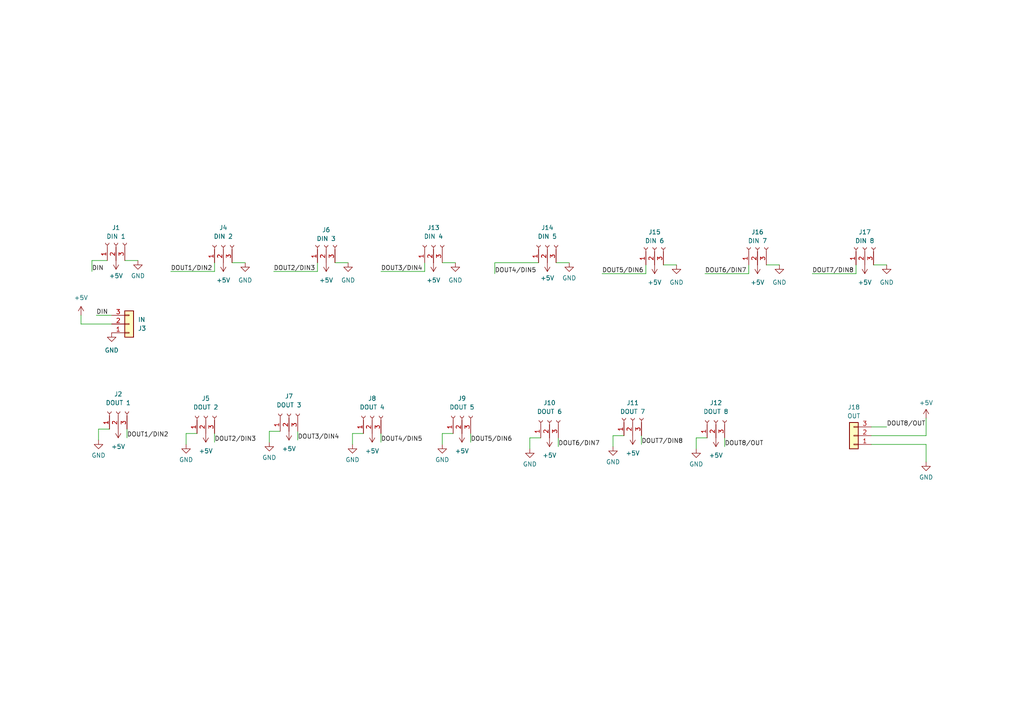
<source format=kicad_sch>
(kicad_sch (version 20230121) (generator eeschema)
  (paper "A4")
  (lib_symbols
    (symbol "Connector:Conn_01x03_Socket" (pin_names (offset 1.016) hide)
      (property "Reference" "J" (at 0 5.08 0))
      (property "Value" "Conn_01x03_Socket" (at 0 -5.08 0))
      (symbol "Conn_01x03_Socket_1_1"
        (arc (start 0 -2.032) (mid -0.5058 -2.54) (end 0 -3.048) (stroke (width 0.1524)))
        (polyline (pts (xy -1.27 -2.54) (xy -0.508 -2.54)) (stroke (width 0.1524)))
        (polyline (pts (xy -1.27 0) (xy -0.508 0)) (stroke (width 0.1524)))
        (polyline (pts (xy -1.27 2.54) (xy -0.508 2.54)) (stroke (width 0.1524)))
        (arc (start 0 0.508) (mid -0.5058 0) (end 0 -0.508) (stroke (width 0.1524)))
        (arc (start 0 3.048) (mid -0.5058 2.54) (end 0 2.032) (stroke (width 0.1524)))
        (pin passive line (at -5.08 2.54 0) (length 3.81) (name "Pin_1") (number "1"))
        (pin passive line (at -5.08 0 0) (length 3.81) (name "Pin_2") (number "2"))
        (pin passive line (at -5.08 -2.54 0) (length 3.81) (name "Pin_3") (number "3"))
      )
    )
    (symbol "Connector_Generic:Conn_01x03" (pin_names (offset 1.016) hide)
      (property "Reference" "J" (at 0 5.08 0))
      (property "Value" "Conn_01x03" (at 0 -5.08 0))
      (symbol "Conn_01x03_1_1"
        (rectangle (start -1.27 -2.413) (end 0 -2.667) (stroke (width 0.1524)))
        (rectangle (start -1.27 0.127) (end 0 -0.127) (stroke (width 0.1524)))
        (rectangle (start -1.27 2.667) (end 0 2.413) (stroke (width 0.1524)))
        (rectangle (start -1.27 3.81) (end 1.27 -3.81) (stroke (width 0.254)) (fill (type background)))
        (pin passive line (at -5.08 2.54 0) (length 3.81) (name "Pin_1") (number "1"))
        (pin passive line (at -5.08 0 0) (length 3.81) (name "Pin_2") (number "2"))
        (pin passive line (at -5.08 -2.54 0) (length 3.81) (name "Pin_3") (number "3"))
      )
    )
    (symbol "power:+5V" (power) (pin_names (offset 0))
      (property "Value" "+5V" (at 0 3.556 0))
      (symbol "+5V_0_1"
        (polyline (pts (xy -0.762 1.27) (xy 0 2.54)))
        (polyline (pts (xy 0 0) (xy 0 2.54)))
        (polyline (pts (xy 0 2.54) (xy 0.762 1.27)))
      )
      (symbol "+5V_1_1"
        (pin power_in line (at 0 0 90) (length 0) hide (name "+5V") (number "1"))
      )
    )
    (symbol "power:GND" (power) (pin_names (offset 0))
      (property "Value" "GND" (at 0 -3.81 0))
      (symbol "GND_0_1"
        (polyline (pts (xy 0 0) (xy 0 -1.27) (xy 1.27 -1.27) (xy 0 -2.54) (xy -1.27 -1.27) (xy 0 -1.27)))
      )
      (symbol "GND_1_1"
        (pin power_in line (at 0 0 270) (length 0) hide (name "GND") (number "1"))
      )
    )
  )
  (wire (pts (xy 57.15 125.73) (xy 53.975 125.73)))
  (wire (pts (xy 257.175 76.835) (xy 253.365 76.835)))
  (wire (pts (xy 128.27 125.73) (xy 128.27 128.905)))
  (wire (pts (xy 102.235 125.73) (xy 102.235 128.905)))
  (wire (pts (xy 180.975 126.365) (xy 177.8 126.365)))
  (wire (pts (xy 28.575 124.46) (xy 28.575 127.635)))
  (wire (pts (xy 161.29 76.2) (xy 165.1 76.2)))
  (wire (pts (xy 177.8 126.365) (xy 177.8 129.54)))
  (wire (pts (xy 136.525 128.27) (xy 136.525 125.73)))
  (wire (pts (xy 31.115 75.565) (xy 26.67 75.565)))
  (wire (pts (xy 36.195 75.565) (xy 40.005 75.565)))
  (wire (pts (xy 268.605 126.365) (xy 268.605 121.285)))
  (wire (pts (xy 81.28 125.095) (xy 78.105 125.095)))
  (wire (pts (xy 100.965 76.2) (xy 97.155 76.2)))
  (wire (pts (xy 153.67 127) (xy 153.67 130.175)))
  (wire (pts (xy 23.495 93.98) (xy 32.385 93.98)))
  (wire (pts (xy 86.36 127.635) (xy 86.36 125.095)))
  (wire (pts (xy 205.105 127) (xy 201.93 127)))
  (wire (pts (xy 156.21 76.2) (xy 143.51 76.2)))
  (wire (pts (xy 257.175 123.825) (xy 252.73 123.825)))
  (wire (pts (xy 204.47 79.375) (xy 217.17 79.375)))
  (wire (pts (xy 252.73 126.365) (xy 268.605 126.365)))
  (wire (pts (xy 49.53 78.74) (xy 62.23 78.74)))
  (wire (pts (xy 92.075 78.74) (xy 92.075 76.2)))
  (wire (pts (xy 110.49 78.74) (xy 123.19 78.74)))
  (wire (pts (xy 161.925 129.54) (xy 161.925 127)))
  (wire (pts (xy 201.93 127) (xy 201.93 130.175)))
  (wire (pts (xy 210.185 129.54) (xy 210.185 127)))
  (wire (pts (xy 23.495 91.44) (xy 23.495 93.98)))
  (wire (pts (xy 217.17 79.375) (xy 217.17 76.835)))
  (wire (pts (xy 196.215 76.835) (xy 192.405 76.835)))
  (wire (pts (xy 31.75 124.46) (xy 28.575 124.46)))
  (wire (pts (xy 174.625 79.375) (xy 187.325 79.375)))
  (wire (pts (xy 131.445 125.73) (xy 128.27 125.73)))
  (wire (pts (xy 62.23 128.27) (xy 62.23 125.73)))
  (wire (pts (xy 132.08 76.2) (xy 128.27 76.2)))
  (wire (pts (xy 78.105 125.095) (xy 78.105 128.27)))
  (wire (pts (xy 53.975 125.73) (xy 53.975 128.905)))
  (wire (pts (xy 79.375 78.74) (xy 92.075 78.74)))
  (wire (pts (xy 143.51 76.2) (xy 143.51 79.375)))
  (wire (pts (xy 62.23 78.74) (xy 62.23 76.2)))
  (wire (pts (xy 71.12 76.2) (xy 67.31 76.2)))
  (wire (pts (xy 226.06 76.835) (xy 222.25 76.835)))
  (wire (pts (xy 156.845 127) (xy 153.67 127)))
  (wire (pts (xy 36.83 127) (xy 36.83 124.46)))
  (wire (pts (xy 252.73 128.905) (xy 268.605 128.905)))
  (wire (pts (xy 105.41 125.73) (xy 102.235 125.73)))
  (wire (pts (xy 186.055 128.905) (xy 186.055 126.365)))
  (wire (pts (xy 123.19 78.74) (xy 123.19 76.2)))
  (wire (pts (xy 110.49 128.27) (xy 110.49 125.73)))
  (wire (pts (xy 187.325 79.375) (xy 187.325 76.835)))
  (wire (pts (xy 27.94 91.44) (xy 32.385 91.44)))
  (wire (pts (xy 235.585 79.375) (xy 248.285 79.375)))
  (wire (pts (xy 26.67 75.565) (xy 26.67 78.74)))
  (wire (pts (xy 268.605 128.905) (xy 268.605 133.985)))
  (wire (pts (xy 248.285 79.375) (xy 248.285 76.835)))
  (label "DOUT1{slash}DIN2" (at 36.83 127 0))
  (label "DOUT3{slash}DIN4" (at 86.36 127.635 0))
  (label "DOUT3{slash}DIN4" (at 110.49 78.74 0))
  (label "DIN" (at 26.67 78.74 0))
  (label "DOUT4{slash}DIN5" (at 143.51 79.375 0))
  (label "DOUT2{slash}DIN3" (at 79.375 78.74 0))
  (label "DOUT2{slash}DIN3" (at 62.23 128.27 0))
  (label "DOUT4{slash}DIN5" (at 110.49 128.27 0))
  (label "DOUT5{slash}DIN6" (at 174.625 79.375 0))
  (label "DOUT8{slash}OUT" (at 257.175 123.825 0))
  (label "DOUT7{slash}DIN8" (at 186.055 128.905 0))
  (label "DOUT6{slash}DIN7" (at 161.925 129.54 0))
  (label "DOUT8{slash}OUT" (at 210.185 129.54 0))
  (label "DOUT5{slash}DIN6" (at 136.525 128.27 0))
  (label "DOUT1{slash}DIN2" (at 49.53 78.74 0))
  (label "DOUT6{slash}DIN7" (at 204.47 79.375 0))
  (label "DOUT7{slash}DIN8" (at 235.585 79.375 0))
  (label "DIN" (at 27.94 91.44 0))
  (symbol (lib_id "power:GND") (at 28.575 127.635 0) (unit 1)
    (property "Reference" "#PWR05" (effects hide))
    (property "Value" "GND" (at 28.575 132.08 0))
  )
  (symbol (lib_id "power:GND") (at 78.105 128.27 0) (unit 1)
    (property "Reference" "#PWR013" (effects hide))
    (property "Value" "GND" (at 78.105 132.715 0))
  )
  (symbol (lib_id "power:+5V") (at 159.385 127 180) (unit 1)
    (property "Reference" "#PWR020" (effects hide))
    (property "Value" "+5V" (at 159.385 132.08 0))
  )
  (symbol (lib_id "power:+5V") (at 33.655 75.565 180) (unit 1)
    (property "Reference" "#PWR04" (effects hide))
    (property "Value" "+5V" (at 33.655 80.01 0))
  )
  (symbol (lib_id "power:GND") (at 196.215 76.835 0) (unit 1)
    (property "Reference" "#PWR030" (effects hide))
    (property "Value" "GND" (at 196.215 81.915 0))
  )
  (symbol (lib_id "power:+5V") (at 64.77 76.2 180) (unit 1)
    (property "Reference" "#PWR07" (effects hide))
    (property "Value" "+5V" (at 64.77 81.28 0))
  )
  (symbol (lib_id "power:+5V") (at 189.865 76.835 180) (unit 1)
    (property "Reference" "#PWR029" (effects hide))
    (property "Value" "+5V" (at 189.865 81.915 0))
  )
  (symbol (lib_id "power:+5V") (at 207.645 127 180) (unit 1)
    (property "Reference" "#PWR024" (effects hide))
    (property "Value" "+5V" (at 207.645 132.08 0))
  )
  (symbol (lib_id "power:GND") (at 132.08 76.2 0) (unit 1)
    (property "Reference" "#PWR026" (effects hide))
    (property "Value" "GND" (at 132.08 81.28 0))
  )
  (symbol (lib_id "power:+5V") (at 34.29 124.46 180) (unit 1)
    (property "Reference" "#PWR06" (effects hide))
    (property "Value" "+5V" (at 34.29 129.54 0))
  )
  (symbol (lib_id "power:+5V") (at 59.69 125.73 180) (unit 1)
    (property "Reference" "#PWR010" (effects hide))
    (property "Value" "+5V" (at 59.69 130.81 0))
  )
  (symbol (lib_id "Connector:Conn_01x03_Socket") (at 83.82 120.015 90) (unit 1)
    (property "Reference" "J7" (at 83.82 114.935 90))
    (property "Value" "DOUT 3" (at 83.82 117.475 90))
    (property "Footprint" "Connector_PinSocket_2.54mm:PinSocket_1x03_P2.54mm_Vertical" (effects hide))
  )
  (symbol (lib_id "power:+5V") (at 125.73 76.2 180) (unit 1)
    (property "Reference" "#PWR025" (effects hide))
    (property "Value" "+5V" (at 125.73 81.28 0))
  )
  (symbol (lib_id "Connector_Generic:Conn_01x03") (at 247.65 126.365 180) (unit 1)
    (property "Reference" "J18" (at 247.65 118.11 0))
    (property "Value" "OUT" (at 247.65 120.65 0))
    (property "Footprint" "Connector_PinHeader_2.54mm:PinHeader_1x03_P2.54mm_Horizontal" (effects hide))
  )
  (symbol (lib_id "power:GND") (at 257.175 76.835 0) (unit 1)
    (property "Reference" "#PWR034" (effects hide))
    (property "Value" "GND" (at 257.175 81.915 0))
  )
  (symbol (lib_id "Connector:Conn_01x03_Socket") (at 34.29 119.38 90) (unit 1)
    (property "Reference" "J2" (at 34.29 114.3 90))
    (property "Value" "DOUT 1" (at 34.29 116.84 90))
    (property "Footprint" "Connector_PinSocket_2.54mm:PinSocket_1x03_P2.54mm_Vertical" (effects hide))
  )
  (symbol (lib_id "Connector:Conn_01x03_Socket") (at 125.73 71.12 90) (unit 1)
    (property "Reference" "J13" (at 125.73 66.04 90))
    (property "Value" "DIN 4" (at 125.73 68.58 90))
    (property "Footprint" "Connector_PinSocket_2.54mm:PinSocket_1x03_P2.54mm_Vertical" (effects hide))
  )
  (symbol (lib_id "Connector:Conn_01x03_Socket") (at 189.865 71.755 90) (unit 1)
    (property "Reference" "J15" (at 189.865 67.31 90))
    (property "Value" "DIN 6" (at 189.865 69.85 90))
    (property "Footprint" "Connector_PinSocket_2.54mm:PinSocket_1x03_P2.54mm_Vertical" (effects hide))
  )
  (symbol (lib_id "Connector:Conn_01x03_Socket") (at 183.515 121.285 90) (unit 1)
    (property "Reference" "J11" (at 183.515 116.84 90))
    (property "Value" "DOUT 7" (at 183.515 119.38 90))
    (property "Footprint" "Connector_PinSocket_2.54mm:PinSocket_1x03_P2.54mm_Vertical" (effects hide))
  )
  (symbol (lib_id "power:GND") (at 201.93 130.175 0) (unit 1)
    (property "Reference" "#PWR023" (effects hide))
    (property "Value" "GND" (at 201.93 134.62 0))
  )
  (symbol (lib_id "power:+5V") (at 23.495 91.44 0) (unit 1)
    (property "Reference" "#PWR02" (effects hide))
    (property "Value" "+5V" (at 23.495 86.36 0))
  )
  (symbol (lib_id "power:+5V") (at 133.985 125.73 180) (unit 1)
    (property "Reference" "#PWR018" (effects hide))
    (property "Value" "+5V" (at 133.985 130.81 0))
  )
  (symbol (lib_id "power:GND") (at 153.67 130.175 0) (unit 1)
    (property "Reference" "#PWR019" (effects hide))
    (property "Value" "GND" (at 153.67 134.62 0))
  )
  (symbol (lib_id "power:+5V") (at 268.605 121.285 0) (unit 1)
    (property "Reference" "#PWR035" (effects hide))
    (property "Value" "+5V" (at 268.605 116.84 0))
  )
  (symbol (lib_id "power:GND") (at 165.1 76.2 0) (unit 1)
    (property "Reference" "#PWR028" (effects hide))
    (property "Value" "GND" (at 165.1 80.645 0))
  )
  (symbol (lib_id "Connector:Conn_01x03_Socket") (at 159.385 121.92 90) (unit 1)
    (property "Reference" "J10" (at 159.385 116.84 90))
    (property "Value" "DOUT 6" (at 159.385 119.38 90))
    (property "Footprint" "Connector_PinSocket_2.54mm:PinSocket_1x03_P2.54mm_Vertical" (effects hide))
  )
  (symbol (lib_id "power:GND") (at 32.385 96.52 0) (unit 1)
    (property "Reference" "#PWR01" (effects hide))
    (property "Value" "GND" (at 32.385 101.6 0))
  )
  (symbol (lib_id "power:GND") (at 40.005 75.565 0) (unit 1)
    (property "Reference" "#PWR03" (effects hide))
    (property "Value" "GND" (at 40.005 80.01 0))
  )
  (symbol (lib_id "power:+5V") (at 83.82 125.095 180) (unit 1)
    (property "Reference" "#PWR014" (effects hide))
    (property "Value" "+5V" (at 83.82 130.175 0))
  )
  (symbol (lib_id "power:GND") (at 226.06 76.835 0) (unit 1)
    (property "Reference" "#PWR032" (effects hide))
    (property "Value" "GND" (at 226.06 81.915 0))
  )
  (symbol (lib_id "power:GND") (at 71.12 76.2 0) (unit 1)
    (property "Reference" "#PWR08" (effects hide))
    (property "Value" "GND" (at 71.12 81.28 0))
  )
  (symbol (lib_id "Connector:Conn_01x03_Socket") (at 207.645 121.92 90) (unit 1)
    (property "Reference" "J12" (at 207.645 116.84 90))
    (property "Value" "DOUT 8" (at 207.645 119.38 90))
    (property "Footprint" "Connector_PinSocket_2.54mm:PinSocket_1x03_P2.54mm_Vertical" (effects hide))
  )
  (symbol (lib_id "power:+5V") (at 219.71 76.835 180) (unit 1)
    (property "Reference" "#PWR031" (effects hide))
    (property "Value" "+5V" (at 219.71 81.915 0))
  )
  (symbol (lib_id "power:GND") (at 53.975 128.905 0) (unit 1)
    (property "Reference" "#PWR09" (effects hide))
    (property "Value" "GND" (at 53.975 133.35 0))
  )
  (symbol (lib_id "Connector:Conn_01x03_Socket") (at 59.69 120.65 90) (unit 1)
    (property "Reference" "J5" (at 59.69 115.57 90))
    (property "Value" "DOUT 2" (at 59.69 118.11 90))
    (property "Footprint" "Connector_PinSocket_2.54mm:PinSocket_1x03_P2.54mm_Vertical" (effects hide))
  )
  (symbol (lib_id "Connector:Conn_01x03_Socket") (at 133.985 120.65 90) (unit 1)
    (property "Reference" "J9" (at 133.985 115.57 90))
    (property "Value" "DOUT 5" (at 133.985 118.11 90))
    (property "Footprint" "Connector_PinSocket_2.54mm:PinSocket_1x03_P2.54mm_Vertical" (effects hide))
  )
  (symbol (lib_id "power:GND") (at 128.27 128.905 0) (unit 1)
    (property "Reference" "#PWR017" (effects hide))
    (property "Value" "GND" (at 128.27 133.35 0))
  )
  (symbol (lib_id "Connector_Generic:Conn_01x03") (at 37.465 93.98 0) (mirror x) (unit 1)
    (property "Reference" "J3" (at 40.005 95.25 0) (effects (justify left)))
    (property "Value" "IN" (at 40.005 92.71 0) (effects (justify left)))
    (property "Footprint" "Connector_PinHeader_2.54mm:PinHeader_1x03_P2.54mm_Horizontal" (effects hide))
  )
  (symbol (lib_id "power:+5V") (at 158.75 76.2 180) (unit 1)
    (property "Reference" "#PWR027" (effects hide))
    (property "Value" "+5V" (at 158.75 80.645 0))
  )
  (symbol (lib_id "power:GND") (at 102.235 128.905 0) (unit 1)
    (property "Reference" "#PWR015" (effects hide))
    (property "Value" "GND" (at 102.235 133.35 0))
  )
  (symbol (lib_id "Connector:Conn_01x03_Socket") (at 64.77 71.12 90) (unit 1)
    (property "Reference" "J4" (at 64.77 66.04 90))
    (property "Value" "DIN 2" (at 64.77 68.58 90))
    (property "Footprint" "Connector_PinSocket_2.54mm:PinSocket_1x03_P2.54mm_Vertical" (effects hide))
  )
  (symbol (lib_id "power:+5V") (at 107.95 125.73 180) (unit 1)
    (property "Reference" "#PWR016" (effects hide))
    (property "Value" "+5V" (at 107.95 130.81 0))
  )
  (symbol (lib_id "Connector:Conn_01x03_Socket") (at 158.75 71.12 90) (unit 1)
    (property "Reference" "J14" (at 158.75 66.04 90))
    (property "Value" "DIN 5" (at 158.75 68.58 90))
    (property "Footprint" "Connector_PinSocket_2.54mm:PinSocket_1x03_P2.54mm_Vertical" (effects hide))
  )
  (symbol (lib_id "power:+5V") (at 250.825 76.835 180) (unit 1)
    (property "Reference" "#PWR033" (effects hide))
    (property "Value" "+5V" (at 250.825 81.915 0))
  )
  (symbol (lib_id "Connector:Conn_01x03_Socket") (at 250.825 71.755 90) (unit 1)
    (property "Reference" "J17" (at 250.825 67.31 90))
    (property "Value" "DIN 8" (at 250.825 69.85 90))
    (property "Footprint" "Connector_PinSocket_2.54mm:PinSocket_1x03_P2.54mm_Vertical" (effects hide))
  )
  (symbol (lib_id "power:+5V") (at 183.515 126.365 180) (unit 1)
    (property "Reference" "#PWR022" (effects hide))
    (property "Value" "+5V" (at 183.515 131.445 0))
  )
  (symbol (lib_id "power:GND") (at 100.965 76.2 0) (unit 1)
    (property "Reference" "#PWR012" (effects hide))
    (property "Value" "GND" (at 100.965 81.28 0))
  )
  (symbol (lib_id "power:+5V") (at 94.615 76.2 180) (unit 1)
    (property "Reference" "#PWR011" (effects hide))
    (property "Value" "+5V" (at 94.615 81.28 0))
  )
  (symbol (lib_id "power:GND") (at 268.605 133.985 0) (unit 1)
    (property "Reference" "#PWR036" (effects hide))
    (property "Value" "GND" (at 268.605 138.43 0))
  )
  (symbol (lib_id "Connector:Conn_01x03_Socket") (at 33.655 70.485 90) (unit 1)
    (property "Reference" "J1" (at 33.655 66.04 90))
    (property "Value" "DIN 1" (at 33.655 68.58 90))
    (property "Footprint" "Connector_PinSocket_2.54mm:PinSocket_1x03_P2.54mm_Vertical" (effects hide))
  )
  (symbol (lib_id "Connector:Conn_01x03_Socket") (at 94.615 71.12 90) (unit 1)
    (property "Reference" "J6" (at 94.615 66.675 90))
    (property "Value" "DIN 3" (at 94.615 69.215 90))
    (property "Footprint" "Connector_PinSocket_2.54mm:PinSocket_1x03_P2.54mm_Vertical" (effects hide))
  )
  (symbol (lib_id "power:GND") (at 177.8 129.54 0) (unit 1)
    (property "Reference" "#PWR021" (effects hide))
    (property "Value" "GND" (at 177.8 133.985 0))
  )
  (symbol (lib_id "Connector:Conn_01x03_Socket") (at 219.71 71.755 90) (unit 1)
    (property "Reference" "J16" (at 219.71 67.31 90))
    (property "Value" "DIN 7" (at 219.71 69.85 90))
    (property "Footprint" "Connector_PinSocket_2.54mm:PinSocket_1x03_P2.54mm_Vertical" (effects hide))
  )
  (symbol (lib_id "Connector:Conn_01x03_Socket") (at 107.95 120.65 90) (unit 1)
    (property "Reference" "J8" (at 107.95 115.57 90))
    (property "Value" "DOUT 4" (at 107.95 118.11 90))
    (property "Footprint" "Connector_PinSocket_2.54mm:PinSocket_1x03_P2.54mm_Vertical" (effects hide))
  )
)
</source>
